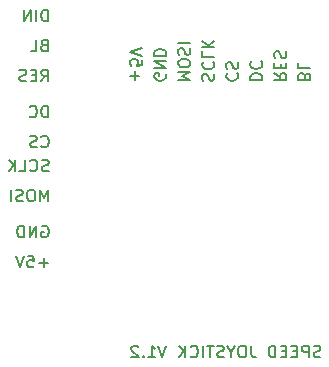
<source format=gbr>
G04 #@! TF.GenerationSoftware,KiCad,Pcbnew,7.0.2-0*
G04 #@! TF.CreationDate,2023-06-19T13:03:14-04:00*
G04 #@! TF.ProjectId,speed_joystick,73706565-645f-46a6-9f79-737469636b2e,rev?*
G04 #@! TF.SameCoordinates,Original*
G04 #@! TF.FileFunction,Legend,Bot*
G04 #@! TF.FilePolarity,Positive*
%FSLAX46Y46*%
G04 Gerber Fmt 4.6, Leading zero omitted, Abs format (unit mm)*
G04 Created by KiCad (PCBNEW 7.0.2-0) date 2023-06-19 13:03:14*
%MOMM*%
%LPD*%
G01*
G04 APERTURE LIST*
%ADD10C,0.150000*%
G04 APERTURE END LIST*
D10*
X-14414476Y-2878000D02*
X-14557333Y-2925619D01*
X-14557333Y-2925619D02*
X-14795428Y-2925619D01*
X-14795428Y-2925619D02*
X-14890666Y-2878000D01*
X-14890666Y-2878000D02*
X-14938285Y-2830380D01*
X-14938285Y-2830380D02*
X-14985904Y-2735142D01*
X-14985904Y-2735142D02*
X-14985904Y-2639904D01*
X-14985904Y-2639904D02*
X-14938285Y-2544666D01*
X-14938285Y-2544666D02*
X-14890666Y-2497047D01*
X-14890666Y-2497047D02*
X-14795428Y-2449428D01*
X-14795428Y-2449428D02*
X-14604952Y-2401809D01*
X-14604952Y-2401809D02*
X-14509714Y-2354190D01*
X-14509714Y-2354190D02*
X-14462095Y-2306571D01*
X-14462095Y-2306571D02*
X-14414476Y-2211333D01*
X-14414476Y-2211333D02*
X-14414476Y-2116095D01*
X-14414476Y-2116095D02*
X-14462095Y-2020857D01*
X-14462095Y-2020857D02*
X-14509714Y-1973238D01*
X-14509714Y-1973238D02*
X-14604952Y-1925619D01*
X-14604952Y-1925619D02*
X-14843047Y-1925619D01*
X-14843047Y-1925619D02*
X-14985904Y-1973238D01*
X-15985904Y-2830380D02*
X-15938285Y-2878000D01*
X-15938285Y-2878000D02*
X-15795428Y-2925619D01*
X-15795428Y-2925619D02*
X-15700190Y-2925619D01*
X-15700190Y-2925619D02*
X-15557333Y-2878000D01*
X-15557333Y-2878000D02*
X-15462095Y-2782761D01*
X-15462095Y-2782761D02*
X-15414476Y-2687523D01*
X-15414476Y-2687523D02*
X-15366857Y-2497047D01*
X-15366857Y-2497047D02*
X-15366857Y-2354190D01*
X-15366857Y-2354190D02*
X-15414476Y-2163714D01*
X-15414476Y-2163714D02*
X-15462095Y-2068476D01*
X-15462095Y-2068476D02*
X-15557333Y-1973238D01*
X-15557333Y-1973238D02*
X-15700190Y-1925619D01*
X-15700190Y-1925619D02*
X-15795428Y-1925619D01*
X-15795428Y-1925619D02*
X-15938285Y-1973238D01*
X-15938285Y-1973238D02*
X-15985904Y-2020857D01*
X-16890666Y-2925619D02*
X-16414476Y-2925619D01*
X-16414476Y-2925619D02*
X-16414476Y-1925619D01*
X-17224000Y-2925619D02*
X-17224000Y-1925619D01*
X-17795428Y-2925619D02*
X-17366857Y-2354190D01*
X-17795428Y-1925619D02*
X-17224000Y-2497047D01*
X-7116666Y4810095D02*
X-7116666Y5572000D01*
X-7497619Y5191047D02*
X-6735714Y5191047D01*
X-6497619Y6524380D02*
X-6497619Y6048190D01*
X-6497619Y6048190D02*
X-6973809Y6000571D01*
X-6973809Y6000571D02*
X-6926190Y6048190D01*
X-6926190Y6048190D02*
X-6878571Y6143428D01*
X-6878571Y6143428D02*
X-6878571Y6381523D01*
X-6878571Y6381523D02*
X-6926190Y6476761D01*
X-6926190Y6476761D02*
X-6973809Y6524380D01*
X-6973809Y6524380D02*
X-7069047Y6571999D01*
X-7069047Y6571999D02*
X-7307142Y6571999D01*
X-7307142Y6571999D02*
X-7402380Y6524380D01*
X-7402380Y6524380D02*
X-7450000Y6476761D01*
X-7450000Y6476761D02*
X-7497619Y6381523D01*
X-7497619Y6381523D02*
X-7497619Y6143428D01*
X-7497619Y6143428D02*
X-7450000Y6048190D01*
X-7450000Y6048190D02*
X-7402380Y6000571D01*
X-6497619Y6857714D02*
X-7497619Y7191047D01*
X-7497619Y7191047D02*
X-6497619Y7524380D01*
X-14985904Y-7561238D02*
X-14890666Y-7513619D01*
X-14890666Y-7513619D02*
X-14747809Y-7513619D01*
X-14747809Y-7513619D02*
X-14604952Y-7561238D01*
X-14604952Y-7561238D02*
X-14509714Y-7656476D01*
X-14509714Y-7656476D02*
X-14462095Y-7751714D01*
X-14462095Y-7751714D02*
X-14414476Y-7942190D01*
X-14414476Y-7942190D02*
X-14414476Y-8085047D01*
X-14414476Y-8085047D02*
X-14462095Y-8275523D01*
X-14462095Y-8275523D02*
X-14509714Y-8370761D01*
X-14509714Y-8370761D02*
X-14604952Y-8466000D01*
X-14604952Y-8466000D02*
X-14747809Y-8513619D01*
X-14747809Y-8513619D02*
X-14843047Y-8513619D01*
X-14843047Y-8513619D02*
X-14985904Y-8466000D01*
X-14985904Y-8466000D02*
X-15033523Y-8418380D01*
X-15033523Y-8418380D02*
X-15033523Y-8085047D01*
X-15033523Y-8085047D02*
X-14843047Y-8085047D01*
X-15462095Y-8513619D02*
X-15462095Y-7513619D01*
X-15462095Y-7513619D02*
X-16033523Y-8513619D01*
X-16033523Y-8513619D02*
X-16033523Y-7513619D01*
X-16509714Y-8513619D02*
X-16509714Y-7513619D01*
X-16509714Y-7513619D02*
X-16747809Y-7513619D01*
X-16747809Y-7513619D02*
X-16890666Y-7561238D01*
X-16890666Y-7561238D02*
X-16985904Y-7656476D01*
X-16985904Y-7656476D02*
X-17033523Y-7751714D01*
X-17033523Y-7751714D02*
X-17081142Y-7942190D01*
X-17081142Y-7942190D02*
X-17081142Y-8085047D01*
X-17081142Y-8085047D02*
X-17033523Y-8275523D01*
X-17033523Y-8275523D02*
X-16985904Y-8370761D01*
X-16985904Y-8370761D02*
X-16890666Y-8466000D01*
X-16890666Y-8466000D02*
X-16747809Y-8513619D01*
X-16747809Y-8513619D02*
X-16509714Y-8513619D01*
X725619Y5381523D02*
X678000Y5333904D01*
X678000Y5333904D02*
X630380Y5191047D01*
X630380Y5191047D02*
X630380Y5095809D01*
X630380Y5095809D02*
X678000Y4952952D01*
X678000Y4952952D02*
X773238Y4857714D01*
X773238Y4857714D02*
X868476Y4810095D01*
X868476Y4810095D02*
X1058952Y4762476D01*
X1058952Y4762476D02*
X1201809Y4762476D01*
X1201809Y4762476D02*
X1392285Y4810095D01*
X1392285Y4810095D02*
X1487523Y4857714D01*
X1487523Y4857714D02*
X1582761Y4952952D01*
X1582761Y4952952D02*
X1630380Y5095809D01*
X1630380Y5095809D02*
X1630380Y5191047D01*
X1630380Y5191047D02*
X1582761Y5333904D01*
X1582761Y5333904D02*
X1535142Y5381523D01*
X678000Y5762476D02*
X630380Y5905333D01*
X630380Y5905333D02*
X630380Y6143428D01*
X630380Y6143428D02*
X678000Y6238666D01*
X678000Y6238666D02*
X725619Y6286285D01*
X725619Y6286285D02*
X820857Y6333904D01*
X820857Y6333904D02*
X916095Y6333904D01*
X916095Y6333904D02*
X1011333Y6286285D01*
X1011333Y6286285D02*
X1058952Y6238666D01*
X1058952Y6238666D02*
X1106571Y6143428D01*
X1106571Y6143428D02*
X1154190Y5952952D01*
X1154190Y5952952D02*
X1201809Y5857714D01*
X1201809Y5857714D02*
X1249428Y5810095D01*
X1249428Y5810095D02*
X1344666Y5762476D01*
X1344666Y5762476D02*
X1439904Y5762476D01*
X1439904Y5762476D02*
X1535142Y5810095D01*
X1535142Y5810095D02*
X1582761Y5857714D01*
X1582761Y5857714D02*
X1630380Y5952952D01*
X1630380Y5952952D02*
X1630380Y6191047D01*
X1630380Y6191047D02*
X1582761Y6333904D01*
X2662380Y4810095D02*
X3662380Y4810095D01*
X3662380Y4810095D02*
X3662380Y5048190D01*
X3662380Y5048190D02*
X3614761Y5191047D01*
X3614761Y5191047D02*
X3519523Y5286285D01*
X3519523Y5286285D02*
X3424285Y5333904D01*
X3424285Y5333904D02*
X3233809Y5381523D01*
X3233809Y5381523D02*
X3090952Y5381523D01*
X3090952Y5381523D02*
X2900476Y5333904D01*
X2900476Y5333904D02*
X2805238Y5286285D01*
X2805238Y5286285D02*
X2710000Y5191047D01*
X2710000Y5191047D02*
X2662380Y5048190D01*
X2662380Y5048190D02*
X2662380Y4810095D01*
X2757619Y6381523D02*
X2710000Y6333904D01*
X2710000Y6333904D02*
X2662380Y6191047D01*
X2662380Y6191047D02*
X2662380Y6095809D01*
X2662380Y6095809D02*
X2710000Y5952952D01*
X2710000Y5952952D02*
X2805238Y5857714D01*
X2805238Y5857714D02*
X2900476Y5810095D01*
X2900476Y5810095D02*
X3090952Y5762476D01*
X3090952Y5762476D02*
X3233809Y5762476D01*
X3233809Y5762476D02*
X3424285Y5810095D01*
X3424285Y5810095D02*
X3519523Y5857714D01*
X3519523Y5857714D02*
X3614761Y5952952D01*
X3614761Y5952952D02*
X3662380Y6095809D01*
X3662380Y6095809D02*
X3662380Y6191047D01*
X3662380Y6191047D02*
X3614761Y6333904D01*
X3614761Y6333904D02*
X3567142Y6381523D01*
X-15033523Y4694380D02*
X-14700190Y5170571D01*
X-14462095Y4694380D02*
X-14462095Y5694380D01*
X-14462095Y5694380D02*
X-14843047Y5694380D01*
X-14843047Y5694380D02*
X-14938285Y5646761D01*
X-14938285Y5646761D02*
X-14985904Y5599142D01*
X-14985904Y5599142D02*
X-15033523Y5503904D01*
X-15033523Y5503904D02*
X-15033523Y5361047D01*
X-15033523Y5361047D02*
X-14985904Y5265809D01*
X-14985904Y5265809D02*
X-14938285Y5218190D01*
X-14938285Y5218190D02*
X-14843047Y5170571D01*
X-14843047Y5170571D02*
X-14462095Y5170571D01*
X-15462095Y5218190D02*
X-15795428Y5218190D01*
X-15938285Y4694380D02*
X-15462095Y4694380D01*
X-15462095Y4694380D02*
X-15462095Y5694380D01*
X-15462095Y5694380D02*
X-15938285Y5694380D01*
X-16319238Y4742000D02*
X-16462095Y4694380D01*
X-16462095Y4694380D02*
X-16700190Y4694380D01*
X-16700190Y4694380D02*
X-16795428Y4742000D01*
X-16795428Y4742000D02*
X-16843047Y4789619D01*
X-16843047Y4789619D02*
X-16890666Y4884857D01*
X-16890666Y4884857D02*
X-16890666Y4980095D01*
X-16890666Y4980095D02*
X-16843047Y5075333D01*
X-16843047Y5075333D02*
X-16795428Y5122952D01*
X-16795428Y5122952D02*
X-16700190Y5170571D01*
X-16700190Y5170571D02*
X-16509714Y5218190D01*
X-16509714Y5218190D02*
X-16414476Y5265809D01*
X-16414476Y5265809D02*
X-16366857Y5313428D01*
X-16366857Y5313428D02*
X-16319238Y5408666D01*
X-16319238Y5408666D02*
X-16319238Y5503904D01*
X-16319238Y5503904D02*
X-16366857Y5599142D01*
X-16366857Y5599142D02*
X-16414476Y5646761D01*
X-16414476Y5646761D02*
X-16509714Y5694380D01*
X-16509714Y5694380D02*
X-16747809Y5694380D01*
X-16747809Y5694380D02*
X-16890666Y5646761D01*
X8597923Y-18626000D02*
X8455066Y-18673619D01*
X8455066Y-18673619D02*
X8216971Y-18673619D01*
X8216971Y-18673619D02*
X8121733Y-18626000D01*
X8121733Y-18626000D02*
X8074114Y-18578380D01*
X8074114Y-18578380D02*
X8026495Y-18483142D01*
X8026495Y-18483142D02*
X8026495Y-18387904D01*
X8026495Y-18387904D02*
X8074114Y-18292666D01*
X8074114Y-18292666D02*
X8121733Y-18245047D01*
X8121733Y-18245047D02*
X8216971Y-18197428D01*
X8216971Y-18197428D02*
X8407447Y-18149809D01*
X8407447Y-18149809D02*
X8502685Y-18102190D01*
X8502685Y-18102190D02*
X8550304Y-18054571D01*
X8550304Y-18054571D02*
X8597923Y-17959333D01*
X8597923Y-17959333D02*
X8597923Y-17864095D01*
X8597923Y-17864095D02*
X8550304Y-17768857D01*
X8550304Y-17768857D02*
X8502685Y-17721238D01*
X8502685Y-17721238D02*
X8407447Y-17673619D01*
X8407447Y-17673619D02*
X8169352Y-17673619D01*
X8169352Y-17673619D02*
X8026495Y-17721238D01*
X7597923Y-18673619D02*
X7597923Y-17673619D01*
X7597923Y-17673619D02*
X7216971Y-17673619D01*
X7216971Y-17673619D02*
X7121733Y-17721238D01*
X7121733Y-17721238D02*
X7074114Y-17768857D01*
X7074114Y-17768857D02*
X7026495Y-17864095D01*
X7026495Y-17864095D02*
X7026495Y-18006952D01*
X7026495Y-18006952D02*
X7074114Y-18102190D01*
X7074114Y-18102190D02*
X7121733Y-18149809D01*
X7121733Y-18149809D02*
X7216971Y-18197428D01*
X7216971Y-18197428D02*
X7597923Y-18197428D01*
X6597923Y-18149809D02*
X6264590Y-18149809D01*
X6121733Y-18673619D02*
X6597923Y-18673619D01*
X6597923Y-18673619D02*
X6597923Y-17673619D01*
X6597923Y-17673619D02*
X6121733Y-17673619D01*
X5693161Y-18149809D02*
X5359828Y-18149809D01*
X5216971Y-18673619D02*
X5693161Y-18673619D01*
X5693161Y-18673619D02*
X5693161Y-17673619D01*
X5693161Y-17673619D02*
X5216971Y-17673619D01*
X4788399Y-18673619D02*
X4788399Y-17673619D01*
X4788399Y-17673619D02*
X4550304Y-17673619D01*
X4550304Y-17673619D02*
X4407447Y-17721238D01*
X4407447Y-17721238D02*
X4312209Y-17816476D01*
X4312209Y-17816476D02*
X4264590Y-17911714D01*
X4264590Y-17911714D02*
X4216971Y-18102190D01*
X4216971Y-18102190D02*
X4216971Y-18245047D01*
X4216971Y-18245047D02*
X4264590Y-18435523D01*
X4264590Y-18435523D02*
X4312209Y-18530761D01*
X4312209Y-18530761D02*
X4407447Y-18626000D01*
X4407447Y-18626000D02*
X4550304Y-18673619D01*
X4550304Y-18673619D02*
X4788399Y-18673619D01*
X2740780Y-17673619D02*
X2740780Y-18387904D01*
X2740780Y-18387904D02*
X2788399Y-18530761D01*
X2788399Y-18530761D02*
X2883637Y-18626000D01*
X2883637Y-18626000D02*
X3026494Y-18673619D01*
X3026494Y-18673619D02*
X3121732Y-18673619D01*
X2074113Y-17673619D02*
X1883637Y-17673619D01*
X1883637Y-17673619D02*
X1788399Y-17721238D01*
X1788399Y-17721238D02*
X1693161Y-17816476D01*
X1693161Y-17816476D02*
X1645542Y-18006952D01*
X1645542Y-18006952D02*
X1645542Y-18340285D01*
X1645542Y-18340285D02*
X1693161Y-18530761D01*
X1693161Y-18530761D02*
X1788399Y-18626000D01*
X1788399Y-18626000D02*
X1883637Y-18673619D01*
X1883637Y-18673619D02*
X2074113Y-18673619D01*
X2074113Y-18673619D02*
X2169351Y-18626000D01*
X2169351Y-18626000D02*
X2264589Y-18530761D01*
X2264589Y-18530761D02*
X2312208Y-18340285D01*
X2312208Y-18340285D02*
X2312208Y-18006952D01*
X2312208Y-18006952D02*
X2264589Y-17816476D01*
X2264589Y-17816476D02*
X2169351Y-17721238D01*
X2169351Y-17721238D02*
X2074113Y-17673619D01*
X1026494Y-18197428D02*
X1026494Y-18673619D01*
X1359827Y-17673619D02*
X1026494Y-18197428D01*
X1026494Y-18197428D02*
X693161Y-17673619D01*
X407446Y-18626000D02*
X264589Y-18673619D01*
X264589Y-18673619D02*
X26494Y-18673619D01*
X26494Y-18673619D02*
X-68743Y-18626000D01*
X-68743Y-18626000D02*
X-116362Y-18578380D01*
X-116362Y-18578380D02*
X-163981Y-18483142D01*
X-163981Y-18483142D02*
X-163981Y-18387904D01*
X-163981Y-18387904D02*
X-116362Y-18292666D01*
X-116362Y-18292666D02*
X-68743Y-18245047D01*
X-68743Y-18245047D02*
X26494Y-18197428D01*
X26494Y-18197428D02*
X216970Y-18149809D01*
X216970Y-18149809D02*
X312208Y-18102190D01*
X312208Y-18102190D02*
X359827Y-18054571D01*
X359827Y-18054571D02*
X407446Y-17959333D01*
X407446Y-17959333D02*
X407446Y-17864095D01*
X407446Y-17864095D02*
X359827Y-17768857D01*
X359827Y-17768857D02*
X312208Y-17721238D01*
X312208Y-17721238D02*
X216970Y-17673619D01*
X216970Y-17673619D02*
X-21124Y-17673619D01*
X-21124Y-17673619D02*
X-163981Y-17721238D01*
X-449696Y-17673619D02*
X-1021124Y-17673619D01*
X-735410Y-18673619D02*
X-735410Y-17673619D01*
X-1354458Y-18673619D02*
X-1354458Y-17673619D01*
X-2402076Y-18578380D02*
X-2354457Y-18626000D01*
X-2354457Y-18626000D02*
X-2211600Y-18673619D01*
X-2211600Y-18673619D02*
X-2116362Y-18673619D01*
X-2116362Y-18673619D02*
X-1973505Y-18626000D01*
X-1973505Y-18626000D02*
X-1878267Y-18530761D01*
X-1878267Y-18530761D02*
X-1830648Y-18435523D01*
X-1830648Y-18435523D02*
X-1783029Y-18245047D01*
X-1783029Y-18245047D02*
X-1783029Y-18102190D01*
X-1783029Y-18102190D02*
X-1830648Y-17911714D01*
X-1830648Y-17911714D02*
X-1878267Y-17816476D01*
X-1878267Y-17816476D02*
X-1973505Y-17721238D01*
X-1973505Y-17721238D02*
X-2116362Y-17673619D01*
X-2116362Y-17673619D02*
X-2211600Y-17673619D01*
X-2211600Y-17673619D02*
X-2354457Y-17721238D01*
X-2354457Y-17721238D02*
X-2402076Y-17768857D01*
X-2830648Y-18673619D02*
X-2830648Y-17673619D01*
X-3402076Y-18673619D02*
X-2973505Y-18102190D01*
X-3402076Y-17673619D02*
X-2830648Y-18245047D01*
X-4449696Y-17673619D02*
X-4783029Y-18673619D01*
X-4783029Y-18673619D02*
X-5116362Y-17673619D01*
X-5973505Y-18673619D02*
X-5402077Y-18673619D01*
X-5687791Y-18673619D02*
X-5687791Y-17673619D01*
X-5687791Y-17673619D02*
X-5592553Y-17816476D01*
X-5592553Y-17816476D02*
X-5497315Y-17911714D01*
X-5497315Y-17911714D02*
X-5402077Y-17959333D01*
X-6402077Y-18578380D02*
X-6449696Y-18626000D01*
X-6449696Y-18626000D02*
X-6402077Y-18673619D01*
X-6402077Y-18673619D02*
X-6354458Y-18626000D01*
X-6354458Y-18626000D02*
X-6402077Y-18578380D01*
X-6402077Y-18578380D02*
X-6402077Y-18673619D01*
X-6830648Y-17768857D02*
X-6878267Y-17721238D01*
X-6878267Y-17721238D02*
X-6973505Y-17673619D01*
X-6973505Y-17673619D02*
X-7211600Y-17673619D01*
X-7211600Y-17673619D02*
X-7306838Y-17721238D01*
X-7306838Y-17721238D02*
X-7354457Y-17768857D01*
X-7354457Y-17768857D02*
X-7402076Y-17864095D01*
X-7402076Y-17864095D02*
X-7402076Y-17959333D01*
X-7402076Y-17959333D02*
X-7354457Y-18102190D01*
X-7354457Y-18102190D02*
X-6783029Y-18673619D01*
X-6783029Y-18673619D02*
X-7402076Y-18673619D01*
X-14462095Y1646380D02*
X-14462095Y2646380D01*
X-14462095Y2646380D02*
X-14700190Y2646380D01*
X-14700190Y2646380D02*
X-14843047Y2598761D01*
X-14843047Y2598761D02*
X-14938285Y2503523D01*
X-14938285Y2503523D02*
X-14985904Y2408285D01*
X-14985904Y2408285D02*
X-15033523Y2217809D01*
X-15033523Y2217809D02*
X-15033523Y2074952D01*
X-15033523Y2074952D02*
X-14985904Y1884476D01*
X-14985904Y1884476D02*
X-14938285Y1789238D01*
X-14938285Y1789238D02*
X-14843047Y1694000D01*
X-14843047Y1694000D02*
X-14700190Y1646380D01*
X-14700190Y1646380D02*
X-14462095Y1646380D01*
X-16033523Y1741619D02*
X-15985904Y1694000D01*
X-15985904Y1694000D02*
X-15843047Y1646380D01*
X-15843047Y1646380D02*
X-15747809Y1646380D01*
X-15747809Y1646380D02*
X-15604952Y1694000D01*
X-15604952Y1694000D02*
X-15509714Y1789238D01*
X-15509714Y1789238D02*
X-15462095Y1884476D01*
X-15462095Y1884476D02*
X-15414476Y2074952D01*
X-15414476Y2074952D02*
X-15414476Y2217809D01*
X-15414476Y2217809D02*
X-15462095Y2408285D01*
X-15462095Y2408285D02*
X-15509714Y2503523D01*
X-15509714Y2503523D02*
X-15604952Y2598761D01*
X-15604952Y2598761D02*
X-15747809Y2646380D01*
X-15747809Y2646380D02*
X-15843047Y2646380D01*
X-15843047Y2646380D02*
X-15985904Y2598761D01*
X-15985904Y2598761D02*
X-16033523Y2551142D01*
X-14795428Y7758190D02*
X-14938285Y7710571D01*
X-14938285Y7710571D02*
X-14985904Y7662952D01*
X-14985904Y7662952D02*
X-15033523Y7567714D01*
X-15033523Y7567714D02*
X-15033523Y7424857D01*
X-15033523Y7424857D02*
X-14985904Y7329619D01*
X-14985904Y7329619D02*
X-14938285Y7282000D01*
X-14938285Y7282000D02*
X-14843047Y7234380D01*
X-14843047Y7234380D02*
X-14462095Y7234380D01*
X-14462095Y7234380D02*
X-14462095Y8234380D01*
X-14462095Y8234380D02*
X-14795428Y8234380D01*
X-14795428Y8234380D02*
X-14890666Y8186761D01*
X-14890666Y8186761D02*
X-14938285Y8139142D01*
X-14938285Y8139142D02*
X-14985904Y8043904D01*
X-14985904Y8043904D02*
X-14985904Y7948666D01*
X-14985904Y7948666D02*
X-14938285Y7853428D01*
X-14938285Y7853428D02*
X-14890666Y7805809D01*
X-14890666Y7805809D02*
X-14795428Y7758190D01*
X-14795428Y7758190D02*
X-14462095Y7758190D01*
X-15938285Y7234380D02*
X-15462095Y7234380D01*
X-15462095Y7234380D02*
X-15462095Y8234380D01*
X7250190Y5143428D02*
X7202571Y5286285D01*
X7202571Y5286285D02*
X7154952Y5333904D01*
X7154952Y5333904D02*
X7059714Y5381523D01*
X7059714Y5381523D02*
X6916857Y5381523D01*
X6916857Y5381523D02*
X6821619Y5333904D01*
X6821619Y5333904D02*
X6774000Y5286285D01*
X6774000Y5286285D02*
X6726380Y5191047D01*
X6726380Y5191047D02*
X6726380Y4810095D01*
X6726380Y4810095D02*
X7726380Y4810095D01*
X7726380Y4810095D02*
X7726380Y5143428D01*
X7726380Y5143428D02*
X7678761Y5238666D01*
X7678761Y5238666D02*
X7631142Y5286285D01*
X7631142Y5286285D02*
X7535904Y5333904D01*
X7535904Y5333904D02*
X7440666Y5333904D01*
X7440666Y5333904D02*
X7345428Y5286285D01*
X7345428Y5286285D02*
X7297809Y5238666D01*
X7297809Y5238666D02*
X7250190Y5143428D01*
X7250190Y5143428D02*
X7250190Y4810095D01*
X6726380Y6286285D02*
X6726380Y5810095D01*
X6726380Y5810095D02*
X7726380Y5810095D01*
X-1354000Y4762476D02*
X-1401619Y4905333D01*
X-1401619Y4905333D02*
X-1401619Y5143428D01*
X-1401619Y5143428D02*
X-1354000Y5238666D01*
X-1354000Y5238666D02*
X-1306380Y5286285D01*
X-1306380Y5286285D02*
X-1211142Y5333904D01*
X-1211142Y5333904D02*
X-1115904Y5333904D01*
X-1115904Y5333904D02*
X-1020666Y5286285D01*
X-1020666Y5286285D02*
X-973047Y5238666D01*
X-973047Y5238666D02*
X-925428Y5143428D01*
X-925428Y5143428D02*
X-877809Y4952952D01*
X-877809Y4952952D02*
X-830190Y4857714D01*
X-830190Y4857714D02*
X-782571Y4810095D01*
X-782571Y4810095D02*
X-687333Y4762476D01*
X-687333Y4762476D02*
X-592095Y4762476D01*
X-592095Y4762476D02*
X-496857Y4810095D01*
X-496857Y4810095D02*
X-449238Y4857714D01*
X-449238Y4857714D02*
X-401619Y4952952D01*
X-401619Y4952952D02*
X-401619Y5191047D01*
X-401619Y5191047D02*
X-449238Y5333904D01*
X-1306380Y6333904D02*
X-1354000Y6286285D01*
X-1354000Y6286285D02*
X-1401619Y6143428D01*
X-1401619Y6143428D02*
X-1401619Y6048190D01*
X-1401619Y6048190D02*
X-1354000Y5905333D01*
X-1354000Y5905333D02*
X-1258761Y5810095D01*
X-1258761Y5810095D02*
X-1163523Y5762476D01*
X-1163523Y5762476D02*
X-973047Y5714857D01*
X-973047Y5714857D02*
X-830190Y5714857D01*
X-830190Y5714857D02*
X-639714Y5762476D01*
X-639714Y5762476D02*
X-544476Y5810095D01*
X-544476Y5810095D02*
X-449238Y5905333D01*
X-449238Y5905333D02*
X-401619Y6048190D01*
X-401619Y6048190D02*
X-401619Y6143428D01*
X-401619Y6143428D02*
X-449238Y6286285D01*
X-449238Y6286285D02*
X-496857Y6333904D01*
X-1401619Y7238666D02*
X-1401619Y6762476D01*
X-1401619Y6762476D02*
X-401619Y6762476D01*
X-1401619Y7572000D02*
X-401619Y7572000D01*
X-1401619Y8143428D02*
X-830190Y7714857D01*
X-401619Y8143428D02*
X-973047Y7572000D01*
X-4513238Y5333904D02*
X-4465619Y5238666D01*
X-4465619Y5238666D02*
X-4465619Y5095809D01*
X-4465619Y5095809D02*
X-4513238Y4952952D01*
X-4513238Y4952952D02*
X-4608476Y4857714D01*
X-4608476Y4857714D02*
X-4703714Y4810095D01*
X-4703714Y4810095D02*
X-4894190Y4762476D01*
X-4894190Y4762476D02*
X-5037047Y4762476D01*
X-5037047Y4762476D02*
X-5227523Y4810095D01*
X-5227523Y4810095D02*
X-5322761Y4857714D01*
X-5322761Y4857714D02*
X-5418000Y4952952D01*
X-5418000Y4952952D02*
X-5465619Y5095809D01*
X-5465619Y5095809D02*
X-5465619Y5191047D01*
X-5465619Y5191047D02*
X-5418000Y5333904D01*
X-5418000Y5333904D02*
X-5370380Y5381523D01*
X-5370380Y5381523D02*
X-5037047Y5381523D01*
X-5037047Y5381523D02*
X-5037047Y5191047D01*
X-5465619Y5810095D02*
X-4465619Y5810095D01*
X-4465619Y5810095D02*
X-5465619Y6381523D01*
X-5465619Y6381523D02*
X-4465619Y6381523D01*
X-5465619Y6857714D02*
X-4465619Y6857714D01*
X-4465619Y6857714D02*
X-4465619Y7095809D01*
X-4465619Y7095809D02*
X-4513238Y7238666D01*
X-4513238Y7238666D02*
X-4608476Y7333904D01*
X-4608476Y7333904D02*
X-4703714Y7381523D01*
X-4703714Y7381523D02*
X-4894190Y7429142D01*
X-4894190Y7429142D02*
X-5037047Y7429142D01*
X-5037047Y7429142D02*
X-5227523Y7381523D01*
X-5227523Y7381523D02*
X-5322761Y7333904D01*
X-5322761Y7333904D02*
X-5418000Y7238666D01*
X-5418000Y7238666D02*
X-5465619Y7095809D01*
X-5465619Y7095809D02*
X-5465619Y6857714D01*
X-15033523Y-798380D02*
X-14985904Y-846000D01*
X-14985904Y-846000D02*
X-14843047Y-893619D01*
X-14843047Y-893619D02*
X-14747809Y-893619D01*
X-14747809Y-893619D02*
X-14604952Y-846000D01*
X-14604952Y-846000D02*
X-14509714Y-750761D01*
X-14509714Y-750761D02*
X-14462095Y-655523D01*
X-14462095Y-655523D02*
X-14414476Y-465047D01*
X-14414476Y-465047D02*
X-14414476Y-322190D01*
X-14414476Y-322190D02*
X-14462095Y-131714D01*
X-14462095Y-131714D02*
X-14509714Y-36476D01*
X-14509714Y-36476D02*
X-14604952Y58761D01*
X-14604952Y58761D02*
X-14747809Y106380D01*
X-14747809Y106380D02*
X-14843047Y106380D01*
X-14843047Y106380D02*
X-14985904Y58761D01*
X-14985904Y58761D02*
X-15033523Y11142D01*
X-15414476Y-846000D02*
X-15557333Y-893619D01*
X-15557333Y-893619D02*
X-15795428Y-893619D01*
X-15795428Y-893619D02*
X-15890666Y-846000D01*
X-15890666Y-846000D02*
X-15938285Y-798380D01*
X-15938285Y-798380D02*
X-15985904Y-703142D01*
X-15985904Y-703142D02*
X-15985904Y-607904D01*
X-15985904Y-607904D02*
X-15938285Y-512666D01*
X-15938285Y-512666D02*
X-15890666Y-465047D01*
X-15890666Y-465047D02*
X-15795428Y-417428D01*
X-15795428Y-417428D02*
X-15604952Y-369809D01*
X-15604952Y-369809D02*
X-15509714Y-322190D01*
X-15509714Y-322190D02*
X-15462095Y-274571D01*
X-15462095Y-274571D02*
X-15414476Y-179333D01*
X-15414476Y-179333D02*
X-15414476Y-84095D01*
X-15414476Y-84095D02*
X-15462095Y11142D01*
X-15462095Y11142D02*
X-15509714Y58761D01*
X-15509714Y58761D02*
X-15604952Y106380D01*
X-15604952Y106380D02*
X-15843047Y106380D01*
X-15843047Y106380D02*
X-15985904Y58761D01*
X-14462095Y9774380D02*
X-14462095Y10774380D01*
X-14462095Y10774380D02*
X-14700190Y10774380D01*
X-14700190Y10774380D02*
X-14843047Y10726761D01*
X-14843047Y10726761D02*
X-14938285Y10631523D01*
X-14938285Y10631523D02*
X-14985904Y10536285D01*
X-14985904Y10536285D02*
X-15033523Y10345809D01*
X-15033523Y10345809D02*
X-15033523Y10202952D01*
X-15033523Y10202952D02*
X-14985904Y10012476D01*
X-14985904Y10012476D02*
X-14938285Y9917238D01*
X-14938285Y9917238D02*
X-14843047Y9822000D01*
X-14843047Y9822000D02*
X-14700190Y9774380D01*
X-14700190Y9774380D02*
X-14462095Y9774380D01*
X-15462095Y9774380D02*
X-15462095Y10774380D01*
X-15938285Y9774380D02*
X-15938285Y10774380D01*
X-15938285Y10774380D02*
X-16509713Y9774380D01*
X-16509713Y9774380D02*
X-16509713Y10774380D01*
X-3433619Y4810095D02*
X-2433619Y4810095D01*
X-2433619Y4810095D02*
X-3147904Y5143428D01*
X-3147904Y5143428D02*
X-2433619Y5476761D01*
X-2433619Y5476761D02*
X-3433619Y5476761D01*
X-2433619Y6143428D02*
X-2433619Y6333904D01*
X-2433619Y6333904D02*
X-2481238Y6429142D01*
X-2481238Y6429142D02*
X-2576476Y6524380D01*
X-2576476Y6524380D02*
X-2766952Y6571999D01*
X-2766952Y6571999D02*
X-3100285Y6571999D01*
X-3100285Y6571999D02*
X-3290761Y6524380D01*
X-3290761Y6524380D02*
X-3386000Y6429142D01*
X-3386000Y6429142D02*
X-3433619Y6333904D01*
X-3433619Y6333904D02*
X-3433619Y6143428D01*
X-3433619Y6143428D02*
X-3386000Y6048190D01*
X-3386000Y6048190D02*
X-3290761Y5952952D01*
X-3290761Y5952952D02*
X-3100285Y5905333D01*
X-3100285Y5905333D02*
X-2766952Y5905333D01*
X-2766952Y5905333D02*
X-2576476Y5952952D01*
X-2576476Y5952952D02*
X-2481238Y6048190D01*
X-2481238Y6048190D02*
X-2433619Y6143428D01*
X-3386000Y6952952D02*
X-3433619Y7095809D01*
X-3433619Y7095809D02*
X-3433619Y7333904D01*
X-3433619Y7333904D02*
X-3386000Y7429142D01*
X-3386000Y7429142D02*
X-3338380Y7476761D01*
X-3338380Y7476761D02*
X-3243142Y7524380D01*
X-3243142Y7524380D02*
X-3147904Y7524380D01*
X-3147904Y7524380D02*
X-3052666Y7476761D01*
X-3052666Y7476761D02*
X-3005047Y7429142D01*
X-3005047Y7429142D02*
X-2957428Y7333904D01*
X-2957428Y7333904D02*
X-2909809Y7143428D01*
X-2909809Y7143428D02*
X-2862190Y7048190D01*
X-2862190Y7048190D02*
X-2814571Y7000571D01*
X-2814571Y7000571D02*
X-2719333Y6952952D01*
X-2719333Y6952952D02*
X-2624095Y6952952D01*
X-2624095Y6952952D02*
X-2528857Y7000571D01*
X-2528857Y7000571D02*
X-2481238Y7048190D01*
X-2481238Y7048190D02*
X-2433619Y7143428D01*
X-2433619Y7143428D02*
X-2433619Y7381523D01*
X-2433619Y7381523D02*
X-2481238Y7524380D01*
X-3433619Y7952952D02*
X-2433619Y7952952D01*
X-14462095Y-10672666D02*
X-15224000Y-10672666D01*
X-14843047Y-11053619D02*
X-14843047Y-10291714D01*
X-16176380Y-10053619D02*
X-15700190Y-10053619D01*
X-15700190Y-10053619D02*
X-15652571Y-10529809D01*
X-15652571Y-10529809D02*
X-15700190Y-10482190D01*
X-15700190Y-10482190D02*
X-15795428Y-10434571D01*
X-15795428Y-10434571D02*
X-16033523Y-10434571D01*
X-16033523Y-10434571D02*
X-16128761Y-10482190D01*
X-16128761Y-10482190D02*
X-16176380Y-10529809D01*
X-16176380Y-10529809D02*
X-16223999Y-10625047D01*
X-16223999Y-10625047D02*
X-16223999Y-10863142D01*
X-16223999Y-10863142D02*
X-16176380Y-10958380D01*
X-16176380Y-10958380D02*
X-16128761Y-11006000D01*
X-16128761Y-11006000D02*
X-16033523Y-11053619D01*
X-16033523Y-11053619D02*
X-15795428Y-11053619D01*
X-15795428Y-11053619D02*
X-15700190Y-11006000D01*
X-15700190Y-11006000D02*
X-15652571Y-10958380D01*
X-16509714Y-10053619D02*
X-16843047Y-11053619D01*
X-16843047Y-11053619D02*
X-17176380Y-10053619D01*
X4694380Y5381523D02*
X5170571Y5048190D01*
X4694380Y4810095D02*
X5694380Y4810095D01*
X5694380Y4810095D02*
X5694380Y5191047D01*
X5694380Y5191047D02*
X5646761Y5286285D01*
X5646761Y5286285D02*
X5599142Y5333904D01*
X5599142Y5333904D02*
X5503904Y5381523D01*
X5503904Y5381523D02*
X5361047Y5381523D01*
X5361047Y5381523D02*
X5265809Y5333904D01*
X5265809Y5333904D02*
X5218190Y5286285D01*
X5218190Y5286285D02*
X5170571Y5191047D01*
X5170571Y5191047D02*
X5170571Y4810095D01*
X5218190Y5810095D02*
X5218190Y6143428D01*
X4694380Y6286285D02*
X4694380Y5810095D01*
X4694380Y5810095D02*
X5694380Y5810095D01*
X5694380Y5810095D02*
X5694380Y6286285D01*
X4742000Y6667238D02*
X4694380Y6810095D01*
X4694380Y6810095D02*
X4694380Y7048190D01*
X4694380Y7048190D02*
X4742000Y7143428D01*
X4742000Y7143428D02*
X4789619Y7191047D01*
X4789619Y7191047D02*
X4884857Y7238666D01*
X4884857Y7238666D02*
X4980095Y7238666D01*
X4980095Y7238666D02*
X5075333Y7191047D01*
X5075333Y7191047D02*
X5122952Y7143428D01*
X5122952Y7143428D02*
X5170571Y7048190D01*
X5170571Y7048190D02*
X5218190Y6857714D01*
X5218190Y6857714D02*
X5265809Y6762476D01*
X5265809Y6762476D02*
X5313428Y6714857D01*
X5313428Y6714857D02*
X5408666Y6667238D01*
X5408666Y6667238D02*
X5503904Y6667238D01*
X5503904Y6667238D02*
X5599142Y6714857D01*
X5599142Y6714857D02*
X5646761Y6762476D01*
X5646761Y6762476D02*
X5694380Y6857714D01*
X5694380Y6857714D02*
X5694380Y7095809D01*
X5694380Y7095809D02*
X5646761Y7238666D01*
X-14462095Y-5465619D02*
X-14462095Y-4465619D01*
X-14462095Y-4465619D02*
X-14795428Y-5179904D01*
X-14795428Y-5179904D02*
X-15128761Y-4465619D01*
X-15128761Y-4465619D02*
X-15128761Y-5465619D01*
X-15795428Y-4465619D02*
X-15985904Y-4465619D01*
X-15985904Y-4465619D02*
X-16081142Y-4513238D01*
X-16081142Y-4513238D02*
X-16176380Y-4608476D01*
X-16176380Y-4608476D02*
X-16223999Y-4798952D01*
X-16223999Y-4798952D02*
X-16223999Y-5132285D01*
X-16223999Y-5132285D02*
X-16176380Y-5322761D01*
X-16176380Y-5322761D02*
X-16081142Y-5418000D01*
X-16081142Y-5418000D02*
X-15985904Y-5465619D01*
X-15985904Y-5465619D02*
X-15795428Y-5465619D01*
X-15795428Y-5465619D02*
X-15700190Y-5418000D01*
X-15700190Y-5418000D02*
X-15604952Y-5322761D01*
X-15604952Y-5322761D02*
X-15557333Y-5132285D01*
X-15557333Y-5132285D02*
X-15557333Y-4798952D01*
X-15557333Y-4798952D02*
X-15604952Y-4608476D01*
X-15604952Y-4608476D02*
X-15700190Y-4513238D01*
X-15700190Y-4513238D02*
X-15795428Y-4465619D01*
X-16604952Y-5418000D02*
X-16747809Y-5465619D01*
X-16747809Y-5465619D02*
X-16985904Y-5465619D01*
X-16985904Y-5465619D02*
X-17081142Y-5418000D01*
X-17081142Y-5418000D02*
X-17128761Y-5370380D01*
X-17128761Y-5370380D02*
X-17176380Y-5275142D01*
X-17176380Y-5275142D02*
X-17176380Y-5179904D01*
X-17176380Y-5179904D02*
X-17128761Y-5084666D01*
X-17128761Y-5084666D02*
X-17081142Y-5037047D01*
X-17081142Y-5037047D02*
X-16985904Y-4989428D01*
X-16985904Y-4989428D02*
X-16795428Y-4941809D01*
X-16795428Y-4941809D02*
X-16700190Y-4894190D01*
X-16700190Y-4894190D02*
X-16652571Y-4846571D01*
X-16652571Y-4846571D02*
X-16604952Y-4751333D01*
X-16604952Y-4751333D02*
X-16604952Y-4656095D01*
X-16604952Y-4656095D02*
X-16652571Y-4560857D01*
X-16652571Y-4560857D02*
X-16700190Y-4513238D01*
X-16700190Y-4513238D02*
X-16795428Y-4465619D01*
X-16795428Y-4465619D02*
X-17033523Y-4465619D01*
X-17033523Y-4465619D02*
X-17176380Y-4513238D01*
X-17604952Y-5465619D02*
X-17604952Y-4465619D01*
M02*

</source>
